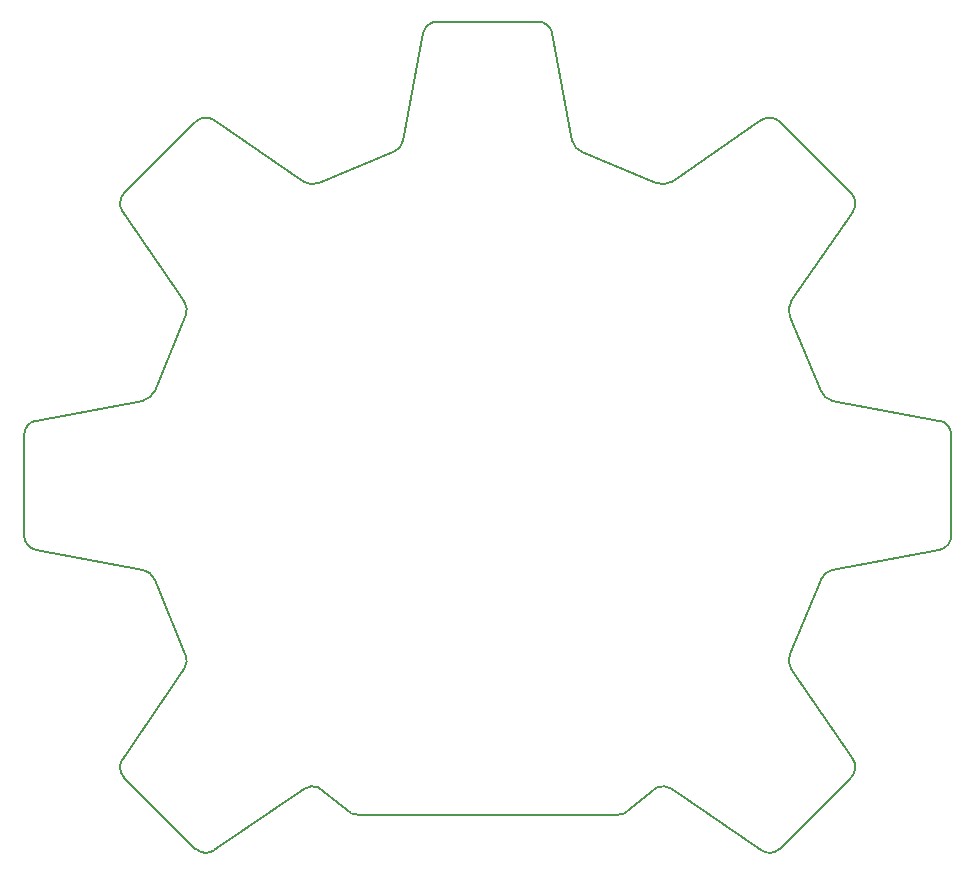
<source format=gbr>
G04 #@! TF.GenerationSoftware,KiCad,Pcbnew,5.99.0-unknown-d20d310~86~ubuntu18.04.1*
G04 #@! TF.CreationDate,2019-12-13T15:01:05+02:00*
G04 #@! TF.ProjectId,FOSDEM-MUSIC-BOX_RevA,464f5344-454d-42d4-9d55-5349432d424f,rev?*
G04 #@! TF.SameCoordinates,Original*
G04 #@! TF.FileFunction,Profile,NP*
%FSLAX46Y46*%
G04 Gerber Fmt 4.6, Leading zero omitted, Abs format (unit mm)*
G04 Created by KiCad (PCBNEW 5.99.0-unknown-d20d310~86~ubuntu18.04.1) date 2019-12-13 15:01:05*
%MOMM*%
%LPD*%
G04 APERTURE LIST*
%ADD10C,0.150000*%
G04 APERTURE END LIST*
D10*
X178900000Y-97500000D02*
X200900000Y-97500000D01*
X200900000Y-97499999D02*
G75*
G03X201484022Y-97384577I40140J1332142D01*
G01*
X178900000Y-97499999D02*
G75*
G02X178315978Y-97384577I-40140J1332142D01*
G01*
X197900000Y-41400000D02*
X204183557Y-44002735D01*
X215497265Y-55316443D02*
X218100000Y-61600000D01*
X215497265Y-83883557D02*
X218100000Y-77600000D01*
X161700000Y-77600000D02*
X164302735Y-83883557D01*
X164302735Y-55316443D02*
X161700000Y-61600000D01*
X175616443Y-44002735D02*
X181900000Y-41400000D01*
X166728701Y-38684796D02*
G75*
G03X165151263Y-38840855I-693555J-1039942D01*
G01*
X159140855Y-44851263D02*
X165151263Y-38840855D01*
X220659145Y-94348737D02*
X214648737Y-100359145D01*
X166728701Y-38684796D02*
X174332803Y-43894604D01*
X215605395Y-85167197D02*
G75*
G02X215497265Y-83883557I1108590J739758D01*
G01*
X174332802Y-43894604D02*
G75*
G03X175616443Y-44002735I739760J1108590D01*
G01*
X213071299Y-100515204D02*
G75*
G03X214648737Y-100359145I693555J1039942D01*
G01*
X158984796Y-46428701D02*
X164194800Y-54033094D01*
X220815204Y-92771299D02*
G75*
G02X220659145Y-94348737I-1039942J-693555D01*
G01*
X213071299Y-100515204D02*
X205467197Y-95305396D01*
X205467197Y-95305395D02*
G75*
G03X204183557Y-95197265I-739759J-1108591D01*
G01*
X164194605Y-54032803D02*
G75*
G02X164302735Y-55316443I-1108590J-739758D01*
G01*
X220815204Y-92771299D02*
X215605200Y-85166906D01*
X158984796Y-46428701D02*
G75*
G02X159140855Y-44851263I1039942J693555D01*
G01*
X158984796Y-92771299D02*
G75*
G03X159140855Y-94348737I1039942J-693555D01*
G01*
X165151263Y-100359145D02*
X159140855Y-94348737D01*
X214648737Y-38840855D02*
X220659145Y-44851263D01*
X158984796Y-92771299D02*
X164194604Y-85167197D01*
X205467197Y-43894605D02*
G75*
G02X204183557Y-44002735I-739758J1108590D01*
G01*
X164194604Y-85167198D02*
G75*
G03X164302735Y-83883557I-1108590J739760D01*
G01*
X220815204Y-46428701D02*
G75*
G03X220659145Y-44851263I-1039942J693555D01*
G01*
X166728701Y-100515204D02*
X174333094Y-95305200D01*
X213071299Y-38684796D02*
G75*
G02X214648737Y-38840855I693555J-1039942D01*
G01*
X220815204Y-46428701D02*
X215605396Y-54032803D01*
X215605396Y-54032802D02*
G75*
G03X215497265Y-55316443I1108590J-739760D01*
G01*
X174333094Y-95305200D02*
G75*
G02X175616443Y-95197265I739467J-1108785D01*
G01*
X213071299Y-38684796D02*
X205466906Y-43894800D01*
X166728701Y-100515204D02*
G75*
G02X165151263Y-100359145I-693555J1039942D01*
G01*
X229150000Y-65350000D02*
X229150000Y-73850000D01*
X219084129Y-62431212D02*
G75*
G02X218100000Y-61600000I260804J1306980D01*
G01*
X228144933Y-64124232D02*
G75*
G02X229150000Y-65350000I-244933J-1225768D01*
G01*
X228144933Y-75075768D02*
X219084130Y-76768789D01*
X228144933Y-64124232D02*
X219083786Y-62431143D01*
X228144933Y-75075768D02*
G75*
G03X229150000Y-73850000I-244933J1225768D01*
G01*
X219084130Y-76768789D02*
G75*
G03X218100000Y-77600000I260803J-1306980D01*
G01*
X160715870Y-62431211D02*
G75*
G03X161700000Y-61600000I-260803J1306980D01*
G01*
X151655067Y-75075768D02*
X160716214Y-76768857D01*
X151655067Y-64124232D02*
X160715870Y-62431211D01*
X151655067Y-75075768D02*
G75*
G02X150650000Y-73850000I244933J1225768D01*
G01*
X160715871Y-76768788D02*
G75*
G02X161700000Y-77600000I-260804J-1306980D01*
G01*
X151655067Y-64124232D02*
G75*
G03X150650000Y-65350000I244933J-1225768D01*
G01*
X150650000Y-73850000D02*
X150650000Y-65350000D01*
X195375768Y-31355067D02*
X197068789Y-40415870D01*
X197068789Y-40415870D02*
G75*
G03X197900000Y-41400000I1306980J260803D01*
G01*
X184424232Y-31355067D02*
X182731143Y-40416214D01*
X182731212Y-40415871D02*
G75*
G02X181900000Y-41400000I-1306980J260804D01*
G01*
X185650000Y-30350000D02*
X194150000Y-30350000D01*
X195375768Y-31355067D02*
G75*
G03X194150000Y-30350000I-1225768J-244933D01*
G01*
X184424232Y-31355067D02*
G75*
G02X185650000Y-30350000I1225768J-244933D01*
G01*
X178315978Y-97384577D02*
X175616443Y-95197265D01*
X204183557Y-95197265D02*
X201484022Y-97384577D01*
M02*

</source>
